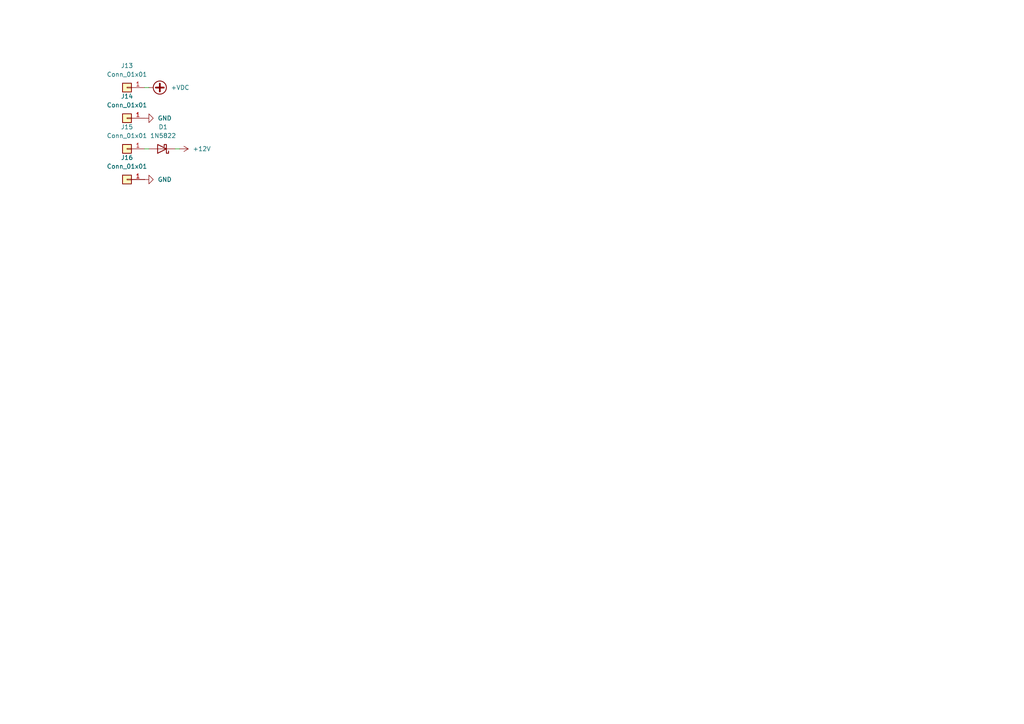
<source format=kicad_sch>
(kicad_sch
	(version 20231120)
	(generator "eeschema")
	(generator_version "8.0")
	(uuid "9b99aa35-adf0-4e8b-a595-20309d88d60c")
	(paper "A4")
	(lib_symbols
		(symbol "Connector_Generic:Conn_01x01"
			(pin_names
				(offset 1.016) hide)
			(exclude_from_sim no)
			(in_bom yes)
			(on_board yes)
			(property "Reference" "J"
				(at 0 2.54 0)
				(effects
					(font
						(size 1.27 1.27)
					)
				)
			)
			(property "Value" "Conn_01x01"
				(at 0 -2.54 0)
				(effects
					(font
						(size 1.27 1.27)
					)
				)
			)
			(property "Footprint" ""
				(at 0 0 0)
				(effects
					(font
						(size 1.27 1.27)
					)
					(hide yes)
				)
			)
			(property "Datasheet" "~"
				(at 0 0 0)
				(effects
					(font
						(size 1.27 1.27)
					)
					(hide yes)
				)
			)
			(property "Description" "Generic connector, single row, 01x01, script generated (kicad-library-utils/schlib/autogen/connector/)"
				(at 0 0 0)
				(effects
					(font
						(size 1.27 1.27)
					)
					(hide yes)
				)
			)
			(property "ki_keywords" "connector"
				(at 0 0 0)
				(effects
					(font
						(size 1.27 1.27)
					)
					(hide yes)
				)
			)
			(property "ki_fp_filters" "Connector*:*_1x??_*"
				(at 0 0 0)
				(effects
					(font
						(size 1.27 1.27)
					)
					(hide yes)
				)
			)
			(symbol "Conn_01x01_1_1"
				(rectangle
					(start -1.27 0.127)
					(end 0 -0.127)
					(stroke
						(width 0.1524)
						(type default)
					)
					(fill
						(type none)
					)
				)
				(rectangle
					(start -1.27 1.27)
					(end 1.27 -1.27)
					(stroke
						(width 0.254)
						(type default)
					)
					(fill
						(type background)
					)
				)
				(pin passive line
					(at -5.08 0 0)
					(length 3.81)
					(name "Pin_1"
						(effects
							(font
								(size 1.27 1.27)
							)
						)
					)
					(number "1"
						(effects
							(font
								(size 1.27 1.27)
							)
						)
					)
				)
			)
		)
		(symbol "Diode:1N5822"
			(pin_numbers hide)
			(pin_names
				(offset 1.016) hide)
			(exclude_from_sim no)
			(in_bom yes)
			(on_board yes)
			(property "Reference" "D"
				(at 0 2.54 0)
				(effects
					(font
						(size 1.27 1.27)
					)
				)
			)
			(property "Value" "1N5822"
				(at 0 -2.54 0)
				(effects
					(font
						(size 1.27 1.27)
					)
				)
			)
			(property "Footprint" "Diode_THT:D_DO-201AD_P15.24mm_Horizontal"
				(at 0 -4.445 0)
				(effects
					(font
						(size 1.27 1.27)
					)
					(hide yes)
				)
			)
			(property "Datasheet" "http://www.vishay.com/docs/88526/1n5820.pdf"
				(at 0 0 0)
				(effects
					(font
						(size 1.27 1.27)
					)
					(hide yes)
				)
			)
			(property "Description" "40V 3A Schottky Barrier Rectifier Diode, DO-201AD"
				(at 0 0 0)
				(effects
					(font
						(size 1.27 1.27)
					)
					(hide yes)
				)
			)
			(property "ki_keywords" "diode Schottky"
				(at 0 0 0)
				(effects
					(font
						(size 1.27 1.27)
					)
					(hide yes)
				)
			)
			(property "ki_fp_filters" "D*DO?201AD*"
				(at 0 0 0)
				(effects
					(font
						(size 1.27 1.27)
					)
					(hide yes)
				)
			)
			(symbol "1N5822_0_1"
				(polyline
					(pts
						(xy 1.27 0) (xy -1.27 0)
					)
					(stroke
						(width 0)
						(type default)
					)
					(fill
						(type none)
					)
				)
				(polyline
					(pts
						(xy 1.27 1.27) (xy 1.27 -1.27) (xy -1.27 0) (xy 1.27 1.27)
					)
					(stroke
						(width 0.254)
						(type default)
					)
					(fill
						(type none)
					)
				)
				(polyline
					(pts
						(xy -1.905 0.635) (xy -1.905 1.27) (xy -1.27 1.27) (xy -1.27 -1.27) (xy -0.635 -1.27) (xy -0.635 -0.635)
					)
					(stroke
						(width 0.254)
						(type default)
					)
					(fill
						(type none)
					)
				)
			)
			(symbol "1N5822_1_1"
				(pin passive line
					(at -3.81 0 0)
					(length 2.54)
					(name "K"
						(effects
							(font
								(size 1.27 1.27)
							)
						)
					)
					(number "1"
						(effects
							(font
								(size 1.27 1.27)
							)
						)
					)
				)
				(pin passive line
					(at 3.81 0 180)
					(length 2.54)
					(name "A"
						(effects
							(font
								(size 1.27 1.27)
							)
						)
					)
					(number "2"
						(effects
							(font
								(size 1.27 1.27)
							)
						)
					)
				)
			)
		)
		(symbol "power:+12V"
			(power)
			(pin_numbers hide)
			(pin_names
				(offset 0) hide)
			(exclude_from_sim no)
			(in_bom yes)
			(on_board yes)
			(property "Reference" "#PWR"
				(at 0 -3.81 0)
				(effects
					(font
						(size 1.27 1.27)
					)
					(hide yes)
				)
			)
			(property "Value" "+12V"
				(at 0 3.556 0)
				(effects
					(font
						(size 1.27 1.27)
					)
				)
			)
			(property "Footprint" ""
				(at 0 0 0)
				(effects
					(font
						(size 1.27 1.27)
					)
					(hide yes)
				)
			)
			(property "Datasheet" ""
				(at 0 0 0)
				(effects
					(font
						(size 1.27 1.27)
					)
					(hide yes)
				)
			)
			(property "Description" "Power symbol creates a global label with name \"+12V\""
				(at 0 0 0)
				(effects
					(font
						(size 1.27 1.27)
					)
					(hide yes)
				)
			)
			(property "ki_keywords" "global power"
				(at 0 0 0)
				(effects
					(font
						(size 1.27 1.27)
					)
					(hide yes)
				)
			)
			(symbol "+12V_0_1"
				(polyline
					(pts
						(xy -0.762 1.27) (xy 0 2.54)
					)
					(stroke
						(width 0)
						(type default)
					)
					(fill
						(type none)
					)
				)
				(polyline
					(pts
						(xy 0 0) (xy 0 2.54)
					)
					(stroke
						(width 0)
						(type default)
					)
					(fill
						(type none)
					)
				)
				(polyline
					(pts
						(xy 0 2.54) (xy 0.762 1.27)
					)
					(stroke
						(width 0)
						(type default)
					)
					(fill
						(type none)
					)
				)
			)
			(symbol "+12V_1_1"
				(pin power_in line
					(at 0 0 90)
					(length 0)
					(name "~"
						(effects
							(font
								(size 1.27 1.27)
							)
						)
					)
					(number "1"
						(effects
							(font
								(size 1.27 1.27)
							)
						)
					)
				)
			)
		)
		(symbol "power:+VDC"
			(power)
			(pin_numbers hide)
			(pin_names
				(offset 0) hide)
			(exclude_from_sim no)
			(in_bom yes)
			(on_board yes)
			(property "Reference" "#PWR"
				(at 0 -2.54 0)
				(effects
					(font
						(size 1.27 1.27)
					)
					(hide yes)
				)
			)
			(property "Value" "+VDC"
				(at 0 6.35 0)
				(effects
					(font
						(size 1.27 1.27)
					)
				)
			)
			(property "Footprint" ""
				(at 0 0 0)
				(effects
					(font
						(size 1.27 1.27)
					)
					(hide yes)
				)
			)
			(property "Datasheet" ""
				(at 0 0 0)
				(effects
					(font
						(size 1.27 1.27)
					)
					(hide yes)
				)
			)
			(property "Description" "Power symbol creates a global label with name \"+VDC\""
				(at 0 0 0)
				(effects
					(font
						(size 1.27 1.27)
					)
					(hide yes)
				)
			)
			(property "ki_keywords" "global power"
				(at 0 0 0)
				(effects
					(font
						(size 1.27 1.27)
					)
					(hide yes)
				)
			)
			(symbol "+VDC_0_1"
				(polyline
					(pts
						(xy -1.143 3.175) (xy 1.143 3.175)
					)
					(stroke
						(width 0.508)
						(type default)
					)
					(fill
						(type none)
					)
				)
				(polyline
					(pts
						(xy 0 0) (xy 0 1.27)
					)
					(stroke
						(width 0)
						(type default)
					)
					(fill
						(type none)
					)
				)
				(polyline
					(pts
						(xy 0 2.032) (xy 0 4.318)
					)
					(stroke
						(width 0.508)
						(type default)
					)
					(fill
						(type none)
					)
				)
				(circle
					(center 0 3.175)
					(radius 1.905)
					(stroke
						(width 0.254)
						(type default)
					)
					(fill
						(type none)
					)
				)
			)
			(symbol "+VDC_1_1"
				(pin power_in line
					(at 0 0 90)
					(length 0)
					(name "~"
						(effects
							(font
								(size 1.27 1.27)
							)
						)
					)
					(number "1"
						(effects
							(font
								(size 1.27 1.27)
							)
						)
					)
				)
			)
		)
		(symbol "power:GND"
			(power)
			(pin_numbers hide)
			(pin_names
				(offset 0) hide)
			(exclude_from_sim no)
			(in_bom yes)
			(on_board yes)
			(property "Reference" "#PWR"
				(at 0 -6.35 0)
				(effects
					(font
						(size 1.27 1.27)
					)
					(hide yes)
				)
			)
			(property "Value" "GND"
				(at 0 -3.81 0)
				(effects
					(font
						(size 1.27 1.27)
					)
				)
			)
			(property "Footprint" ""
				(at 0 0 0)
				(effects
					(font
						(size 1.27 1.27)
					)
					(hide yes)
				)
			)
			(property "Datasheet" ""
				(at 0 0 0)
				(effects
					(font
						(size 1.27 1.27)
					)
					(hide yes)
				)
			)
			(property "Description" "Power symbol creates a global label with name \"GND\" , ground"
				(at 0 0 0)
				(effects
					(font
						(size 1.27 1.27)
					)
					(hide yes)
				)
			)
			(property "ki_keywords" "global power"
				(at 0 0 0)
				(effects
					(font
						(size 1.27 1.27)
					)
					(hide yes)
				)
			)
			(symbol "GND_0_1"
				(polyline
					(pts
						(xy 0 0) (xy 0 -1.27) (xy 1.27 -1.27) (xy 0 -2.54) (xy -1.27 -1.27) (xy 0 -1.27)
					)
					(stroke
						(width 0)
						(type default)
					)
					(fill
						(type none)
					)
				)
			)
			(symbol "GND_1_1"
				(pin power_in line
					(at 0 0 270)
					(length 0)
					(name "~"
						(effects
							(font
								(size 1.27 1.27)
							)
						)
					)
					(number "1"
						(effects
							(font
								(size 1.27 1.27)
							)
						)
					)
				)
			)
		)
	)
	(wire
		(pts
			(xy 52.07 43.18) (xy 50.8 43.18)
		)
		(stroke
			(width 0)
			(type default)
		)
		(uuid "143ff988-69aa-4f1f-9653-44f526b18530")
	)
	(wire
		(pts
			(xy 43.18 25.4) (xy 41.91 25.4)
		)
		(stroke
			(width 0)
			(type default)
		)
		(uuid "50e624b8-ab13-4456-a668-1129d6b3a723")
	)
	(wire
		(pts
			(xy 43.18 43.18) (xy 41.91 43.18)
		)
		(stroke
			(width 0)
			(type default)
		)
		(uuid "95a8ee32-c2fa-4282-9b88-b41a1337eb2a")
	)
	(symbol
		(lib_id "Connector_Generic:Conn_01x01")
		(at 36.83 25.4 180)
		(unit 1)
		(exclude_from_sim no)
		(in_bom yes)
		(on_board yes)
		(dnp no)
		(fields_autoplaced yes)
		(uuid "0d5aeb06-e84d-4235-90f6-92308687538e")
		(property "Reference" "J13"
			(at 36.83 19.05 0)
			(effects
				(font
					(size 1.27 1.27)
				)
			)
		)
		(property "Value" "Conn_01x01"
			(at 36.83 21.59 0)
			(effects
				(font
					(size 1.27 1.27)
				)
			)
		)
		(property "Footprint" "Connector_PinHeader_2.54mm:PinHeader_1x01_P2.54mm_Vertical"
			(at 36.83 25.4 0)
			(effects
				(font
					(size 1.27 1.27)
				)
				(hide yes)
			)
		)
		(property "Datasheet" "~"
			(at 36.83 25.4 0)
			(effects
				(font
					(size 1.27 1.27)
				)
				(hide yes)
			)
		)
		(property "Description" "Generic connector, single row, 01x01, script generated (kicad-library-utils/schlib/autogen/connector/)"
			(at 36.83 25.4 0)
			(effects
				(font
					(size 1.27 1.27)
				)
				(hide yes)
			)
		)
		(pin "1"
			(uuid "ac44e987-39ed-4952-832b-c28e07a80dfd")
		)
		(instances
			(project "kicadshei"
				(path "/87bef87a-9542-4109-98b0-4e2a9f78f39c/5f237033-e445-46f6-a9bb-472e80f9f07e"
					(reference "J13")
					(unit 1)
				)
			)
		)
	)
	(symbol
		(lib_id "power:GND")
		(at 41.91 52.07 90)
		(unit 1)
		(exclude_from_sim no)
		(in_bom yes)
		(on_board yes)
		(dnp no)
		(fields_autoplaced yes)
		(uuid "2a16b54a-2a6e-4df8-a3d9-acb1e56361c3")
		(property "Reference" "#PWR022"
			(at 48.26 52.07 0)
			(effects
				(font
					(size 1.27 1.27)
				)
				(hide yes)
			)
		)
		(property "Value" "GND"
			(at 45.72 52.0699 90)
			(effects
				(font
					(size 1.27 1.27)
				)
				(justify right)
			)
		)
		(property "Footprint" ""
			(at 41.91 52.07 0)
			(effects
				(font
					(size 1.27 1.27)
				)
				(hide yes)
			)
		)
		(property "Datasheet" ""
			(at 41.91 52.07 0)
			(effects
				(font
					(size 1.27 1.27)
				)
				(hide yes)
			)
		)
		(property "Description" "Power symbol creates a global label with name \"GND\" , ground"
			(at 41.91 52.07 0)
			(effects
				(font
					(size 1.27 1.27)
				)
				(hide yes)
			)
		)
		(pin "1"
			(uuid "f633888f-1207-4448-85f2-cc0bd59c07fb")
		)
		(instances
			(project "kicadshei"
				(path "/87bef87a-9542-4109-98b0-4e2a9f78f39c/5f237033-e445-46f6-a9bb-472e80f9f07e"
					(reference "#PWR022")
					(unit 1)
				)
			)
		)
	)
	(symbol
		(lib_id "Diode:1N5822")
		(at 46.99 43.18 180)
		(unit 1)
		(exclude_from_sim no)
		(in_bom yes)
		(on_board yes)
		(dnp no)
		(fields_autoplaced yes)
		(uuid "6f351409-443c-4831-b48b-b7029f7d8a84")
		(property "Reference" "D1"
			(at 47.3075 36.83 0)
			(effects
				(font
					(size 1.27 1.27)
				)
			)
		)
		(property "Value" "1N5822"
			(at 47.3075 39.37 0)
			(effects
				(font
					(size 1.27 1.27)
				)
			)
		)
		(property "Footprint" "Diode_THT:D_DO-201AD_P15.24mm_Horizontal"
			(at 46.99 38.735 0)
			(effects
				(font
					(size 1.27 1.27)
				)
				(hide yes)
			)
		)
		(property "Datasheet" "http://www.vishay.com/docs/88526/1n5820.pdf"
			(at 46.99 43.18 0)
			(effects
				(font
					(size 1.27 1.27)
				)
				(hide yes)
			)
		)
		(property "Description" "40V 3A Schottky Barrier Rectifier Diode, DO-201AD"
			(at 46.99 43.18 0)
			(effects
				(font
					(size 1.27 1.27)
				)
				(hide yes)
			)
		)
		(pin "1"
			(uuid "d8b0b2e6-339a-417e-be1f-97a86ed24e51")
		)
		(pin "2"
			(uuid "0aeba94a-6bfe-453b-af75-597e8f493272")
		)
		(instances
			(project "kicadshei"
				(path "/87bef87a-9542-4109-98b0-4e2a9f78f39c/5f237033-e445-46f6-a9bb-472e80f9f07e"
					(reference "D1")
					(unit 1)
				)
			)
		)
	)
	(symbol
		(lib_id "power:+VDC")
		(at 43.18 25.4 270)
		(unit 1)
		(exclude_from_sim no)
		(in_bom yes)
		(on_board yes)
		(dnp no)
		(fields_autoplaced yes)
		(uuid "734b694d-9eb6-4284-bb81-5436436f4456")
		(property "Reference" "#PWR021"
			(at 40.64 25.4 0)
			(effects
				(font
					(size 1.27 1.27)
				)
				(hide yes)
			)
		)
		(property "Value" "+VDC"
			(at 49.53 25.3999 90)
			(effects
				(font
					(size 1.27 1.27)
				)
				(justify left)
			)
		)
		(property "Footprint" ""
			(at 43.18 25.4 0)
			(effects
				(font
					(size 1.27 1.27)
				)
				(hide yes)
			)
		)
		(property "Datasheet" ""
			(at 43.18 25.4 0)
			(effects
				(font
					(size 1.27 1.27)
				)
				(hide yes)
			)
		)
		(property "Description" "Power symbol creates a global label with name \"+VDC\""
			(at 43.18 25.4 0)
			(effects
				(font
					(size 1.27 1.27)
				)
				(hide yes)
			)
		)
		(pin "1"
			(uuid "395abc98-9f13-4717-8d2a-168fc5290032")
		)
		(instances
			(project "kicadshei"
				(path "/87bef87a-9542-4109-98b0-4e2a9f78f39c/5f237033-e445-46f6-a9bb-472e80f9f07e"
					(reference "#PWR021")
					(unit 1)
				)
			)
		)
	)
	(symbol
		(lib_id "Connector_Generic:Conn_01x01")
		(at 36.83 43.18 180)
		(unit 1)
		(exclude_from_sim no)
		(in_bom yes)
		(on_board yes)
		(dnp no)
		(fields_autoplaced yes)
		(uuid "9b8c8061-0c09-4958-93d8-3dd31431c614")
		(property "Reference" "J15"
			(at 36.83 36.83 0)
			(effects
				(font
					(size 1.27 1.27)
				)
			)
		)
		(property "Value" "Conn_01x01"
			(at 36.83 39.37 0)
			(effects
				(font
					(size 1.27 1.27)
				)
			)
		)
		(property "Footprint" "Connector_PinHeader_2.54mm:PinHeader_1x01_P2.54mm_Vertical"
			(at 36.83 43.18 0)
			(effects
				(font
					(size 1.27 1.27)
				)
				(hide yes)
			)
		)
		(property "Datasheet" "~"
			(at 36.83 43.18 0)
			(effects
				(font
					(size 1.27 1.27)
				)
				(hide yes)
			)
		)
		(property "Description" "Generic connector, single row, 01x01, script generated (kicad-library-utils/schlib/autogen/connector/)"
			(at 36.83 43.18 0)
			(effects
				(font
					(size 1.27 1.27)
				)
				(hide yes)
			)
		)
		(pin "1"
			(uuid "d2d6482b-c642-495b-8f6a-f5c106f1b946")
		)
		(instances
			(project "kicadshei"
				(path "/87bef87a-9542-4109-98b0-4e2a9f78f39c/5f237033-e445-46f6-a9bb-472e80f9f07e"
					(reference "J15")
					(unit 1)
				)
			)
		)
	)
	(symbol
		(lib_id "Connector_Generic:Conn_01x01")
		(at 36.83 34.29 180)
		(unit 1)
		(exclude_from_sim no)
		(in_bom yes)
		(on_board yes)
		(dnp no)
		(fields_autoplaced yes)
		(uuid "d209c67f-fb2c-43c4-837b-2a37c1388528")
		(property "Reference" "J14"
			(at 36.83 27.94 0)
			(effects
				(font
					(size 1.27 1.27)
				)
			)
		)
		(property "Value" "Conn_01x01"
			(at 36.83 30.48 0)
			(effects
				(font
					(size 1.27 1.27)
				)
			)
		)
		(property "Footprint" "Connector_PinHeader_2.54mm:PinHeader_1x01_P2.54mm_Vertical"
			(at 36.83 34.29 0)
			(effects
				(font
					(size 1.27 1.27)
				)
				(hide yes)
			)
		)
		(property "Datasheet" "~"
			(at 36.83 34.29 0)
			(effects
				(font
					(size 1.27 1.27)
				)
				(hide yes)
			)
		)
		(property "Description" "Generic connector, single row, 01x01, script generated (kicad-library-utils/schlib/autogen/connector/)"
			(at 36.83 34.29 0)
			(effects
				(font
					(size 1.27 1.27)
				)
				(hide yes)
			)
		)
		(pin "1"
			(uuid "8c761f8e-3058-436e-a989-5d9f392f7e3d")
		)
		(instances
			(project "kicadshei"
				(path "/87bef87a-9542-4109-98b0-4e2a9f78f39c/5f237033-e445-46f6-a9bb-472e80f9f07e"
					(reference "J14")
					(unit 1)
				)
			)
		)
	)
	(symbol
		(lib_id "power:+12V")
		(at 52.07 43.18 270)
		(unit 1)
		(exclude_from_sim no)
		(in_bom yes)
		(on_board yes)
		(dnp no)
		(fields_autoplaced yes)
		(uuid "e7860a30-5c58-463f-a35f-5ed356869383")
		(property "Reference" "#PWR019"
			(at 48.26 43.18 0)
			(effects
				(font
					(size 1.27 1.27)
				)
				(hide yes)
			)
		)
		(property "Value" "+12V"
			(at 55.88 43.1799 90)
			(effects
				(font
					(size 1.27 1.27)
				)
				(justify left)
			)
		)
		(property "Footprint" ""
			(at 52.07 43.18 0)
			(effects
				(font
					(size 1.27 1.27)
				)
				(hide yes)
			)
		)
		(property "Datasheet" ""
			(at 52.07 43.18 0)
			(effects
				(font
					(size 1.27 1.27)
				)
				(hide yes)
			)
		)
		(property "Description" "Power symbol creates a global label with name \"+12V\""
			(at 52.07 43.18 0)
			(effects
				(font
					(size 1.27 1.27)
				)
				(hide yes)
			)
		)
		(pin "1"
			(uuid "e2496abf-d749-4a5c-8c1b-07d5f0f09bbf")
		)
		(instances
			(project "kicadshei"
				(path "/87bef87a-9542-4109-98b0-4e2a9f78f39c/5f237033-e445-46f6-a9bb-472e80f9f07e"
					(reference "#PWR019")
					(unit 1)
				)
			)
		)
	)
	(symbol
		(lib_id "Connector_Generic:Conn_01x01")
		(at 36.83 52.07 180)
		(unit 1)
		(exclude_from_sim no)
		(in_bom yes)
		(on_board yes)
		(dnp no)
		(fields_autoplaced yes)
		(uuid "f07cbc55-f6b8-4675-b14f-30cd013700be")
		(property "Reference" "J16"
			(at 36.83 45.72 0)
			(effects
				(font
					(size 1.27 1.27)
				)
			)
		)
		(property "Value" "Conn_01x01"
			(at 36.83 48.26 0)
			(effects
				(font
					(size 1.27 1.27)
				)
			)
		)
		(property "Footprint" "Connector_PinHeader_2.54mm:PinHeader_1x01_P2.54mm_Vertical"
			(at 36.83 52.07 0)
			(effects
				(font
					(size 1.27 1.27)
				)
				(hide yes)
			)
		)
		(property "Datasheet" "~"
			(at 36.83 52.07 0)
			(effects
				(font
					(size 1.27 1.27)
				)
				(hide yes)
			)
		)
		(property "Description" "Generic connector, single row, 01x01, script generated (kicad-library-utils/schlib/autogen/connector/)"
			(at 36.83 52.07 0)
			(effects
				(font
					(size 1.27 1.27)
				)
				(hide yes)
			)
		)
		(pin "1"
			(uuid "bae259a9-3b05-43ea-baf8-cd288a335178")
		)
		(instances
			(project "kicadshei"
				(path "/87bef87a-9542-4109-98b0-4e2a9f78f39c/5f237033-e445-46f6-a9bb-472e80f9f07e"
					(reference "J16")
					(unit 1)
				)
			)
		)
	)
	(symbol
		(lib_id "power:GND")
		(at 41.91 34.29 90)
		(unit 1)
		(exclude_from_sim no)
		(in_bom yes)
		(on_board yes)
		(dnp no)
		(fields_autoplaced yes)
		(uuid "f2980041-0eda-414a-9175-f76ed22ce27b")
		(property "Reference" "#PWR020"
			(at 48.26 34.29 0)
			(effects
				(font
					(size 1.27 1.27)
				)
				(hide yes)
			)
		)
		(property "Value" "GND"
			(at 45.72 34.2899 90)
			(effects
				(font
					(size 1.27 1.27)
				)
				(justify right)
			)
		)
		(property "Footprint" ""
			(at 41.91 34.29 0)
			(effects
				(font
					(size 1.27 1.27)
				)
				(hide yes)
			)
		)
		(property "Datasheet" ""
			(at 41.91 34.29 0)
			(effects
				(font
					(size 1.27 1.27)
				)
				(hide yes)
			)
		)
		(property "Description" "Power symbol creates a global label with name \"GND\" , ground"
			(at 41.91 34.29 0)
			(effects
				(font
					(size 1.27 1.27)
				)
				(hide yes)
			)
		)
		(pin "1"
			(uuid "62fd6eeb-7a3c-4a27-b840-e2a1da20fe8a")
		)
		(instances
			(project "kicadshei"
				(path "/87bef87a-9542-4109-98b0-4e2a9f78f39c/5f237033-e445-46f6-a9bb-472e80f9f07e"
					(reference "#PWR020")
					(unit 1)
				)
			)
		)
	)
)
</source>
